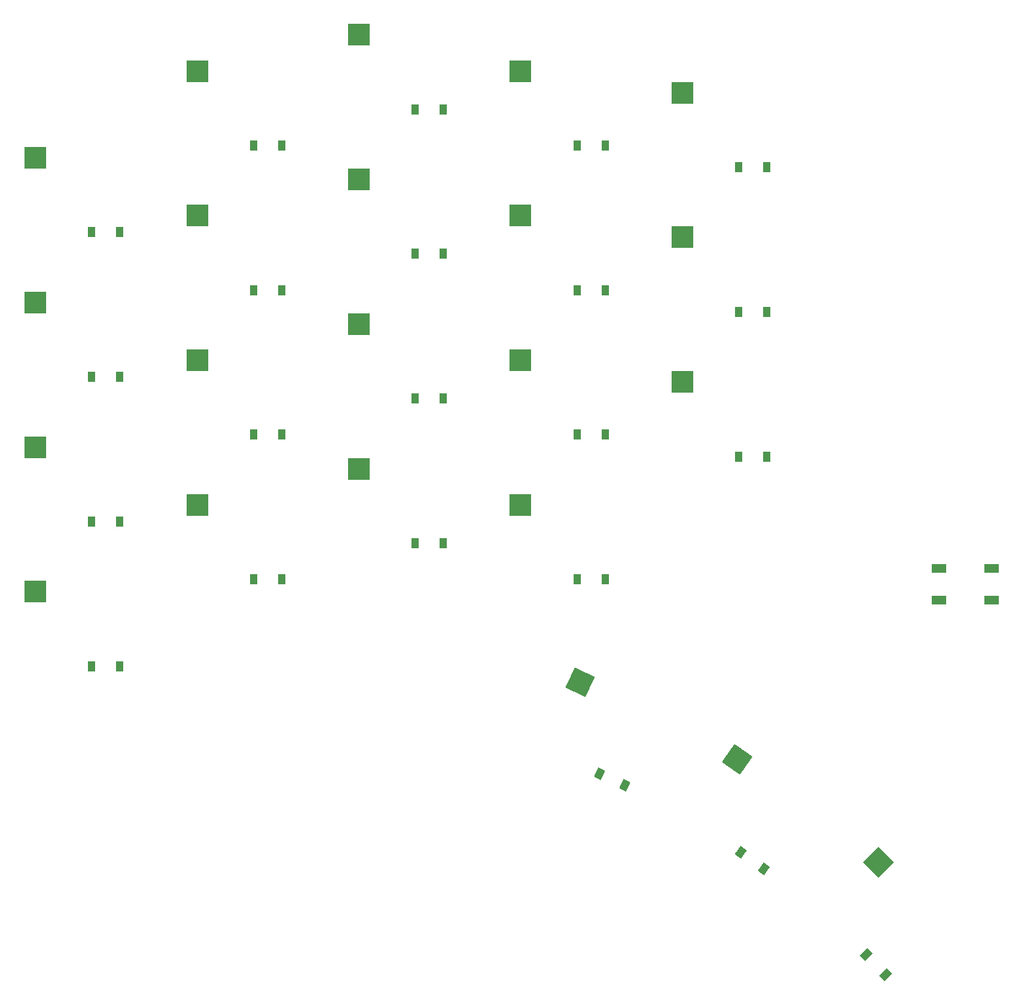
<source format=gtp>
G04 #@! TF.GenerationSoftware,KiCad,Pcbnew,8.0.1*
G04 #@! TF.CreationDate,2024-03-30T10:30:43-04:00*
G04 #@! TF.ProjectId,kipra-kicad,6b697072-612d-46b6-9963-61642e6b6963,v1.0.0*
G04 #@! TF.SameCoordinates,Original*
G04 #@! TF.FileFunction,Paste,Top*
G04 #@! TF.FilePolarity,Positive*
%FSLAX46Y46*%
G04 Gerber Fmt 4.6, Leading zero omitted, Abs format (unit mm)*
G04 Created by KiCad (PCBNEW 8.0.1) date 2024-03-30 10:30:43*
%MOMM*%
%LPD*%
G01*
G04 APERTURE LIST*
G04 Aperture macros list*
%AMRotRect*
0 Rectangle, with rotation*
0 The origin of the aperture is its center*
0 $1 length*
0 $2 width*
0 $3 Rotation angle, in degrees counterclockwise*
0 Add horizontal line*
21,1,$1,$2,0,0,$3*%
G04 Aperture macros list end*
%ADD10R,2.600000X2.600000*%
%ADD11RotRect,2.600000X2.600000X315.000000*%
%ADD12RotRect,2.600000X2.600000X325.000000*%
%ADD13RotRect,2.600000X2.600000X335.000000*%
%ADD14R,0.900000X1.200000*%
%ADD15RotRect,0.900000X1.200000X315.000000*%
%ADD16RotRect,0.900000X1.200000X325.000000*%
%ADD17RotRect,0.900000X1.200000X335.000000*%
%ADD18R,1.800000X1.100000*%
G04 APERTURE END LIST*
D10*
X91289702Y-95852061D03*
X91289703Y-78852062D03*
X91289702Y-61852058D03*
X91289702Y-44852061D03*
X110289700Y-85652056D03*
X110289704Y-68652057D03*
X110289704Y-51652054D03*
X110289707Y-34652060D03*
X129289703Y-81402061D03*
X129289700Y-64402057D03*
X129289705Y-47402060D03*
X129289701Y-30402060D03*
X148289700Y-85652057D03*
X148289701Y-68652060D03*
X148289703Y-51652058D03*
X148289707Y-34652060D03*
X167289700Y-71202059D03*
X167289700Y-54202061D03*
X167289704Y-37202061D03*
D11*
X190365047Y-127649105D03*
D12*
X173734334Y-115535258D03*
D13*
X155252737Y-106493354D03*
D14*
X97914707Y-104602056D03*
X101214707Y-104602056D03*
X97914704Y-87602059D03*
X101214704Y-87602059D03*
X97914709Y-70602059D03*
X101214709Y-70602059D03*
X97914705Y-53602057D03*
X101214705Y-53602057D03*
X116914705Y-94402054D03*
X120214705Y-94402054D03*
X116914704Y-77402058D03*
X120214704Y-77402058D03*
X116914706Y-60402060D03*
X120214706Y-60402060D03*
X116914706Y-43402055D03*
X120214706Y-43402055D03*
X135914707Y-90152058D03*
X139214707Y-90152058D03*
X135914705Y-73152062D03*
X139214705Y-73152062D03*
X135914703Y-56152059D03*
X139214703Y-56152059D03*
X135914704Y-39152057D03*
X139214704Y-39152057D03*
X154914707Y-94402057D03*
X158214707Y-94402057D03*
X154914707Y-77402055D03*
X158214707Y-77402055D03*
X154914705Y-60402059D03*
X158214705Y-60402059D03*
X154914703Y-43402054D03*
X158214703Y-43402054D03*
X173914704Y-79952057D03*
X177214704Y-79952057D03*
X173914700Y-62952058D03*
X177214700Y-62952058D03*
X173914700Y-45952056D03*
X177214700Y-45952056D03*
D15*
X188862441Y-138520865D03*
X191195893Y-140854317D03*
D16*
X174142427Y-126502782D03*
X176845629Y-128395584D03*
D17*
X157559120Y-117223389D03*
X160549936Y-118618029D03*
D18*
X197464702Y-93102061D03*
X203664702Y-93102061D03*
X197464702Y-96802061D03*
X203664702Y-96802061D03*
M02*

</source>
